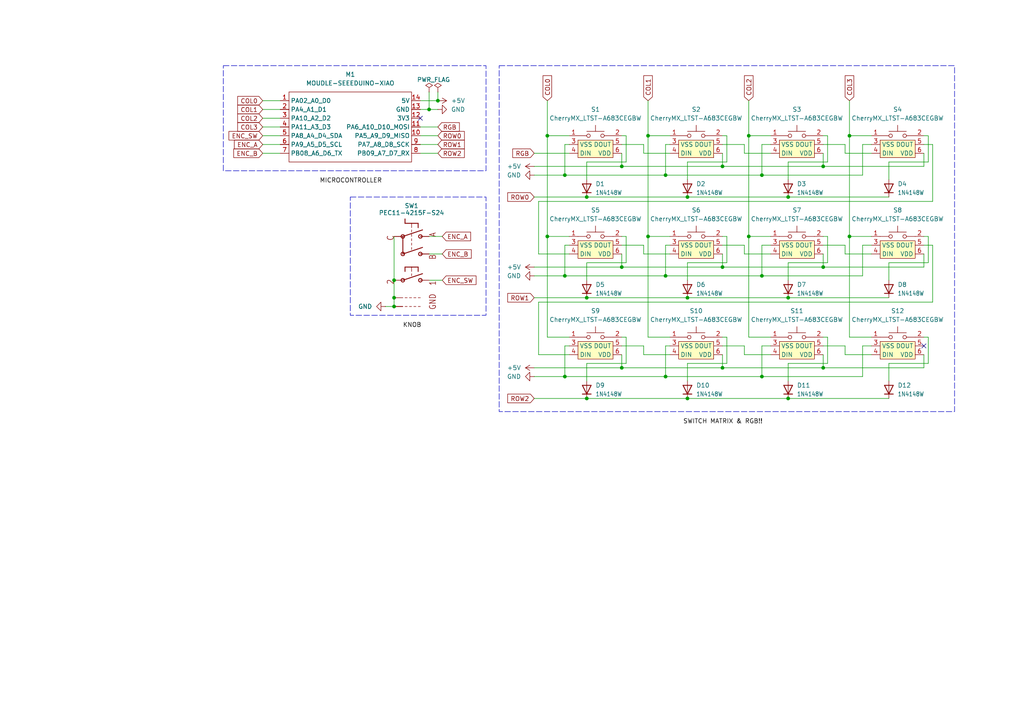
<source format=kicad_sch>
(kicad_sch (version 20231120) (generator "eeschema") (generator_version "8.0")
  (paper "A4")
  (lib_symbols
    (symbol "CherryMX:CherryMX_LTST-A683CEGBW"
      (property "Reference" "U" (at 4.445 5.08 0))
      (property "Value" "CherryMX_LTST-A683CEGBW" (at 0 -5.08 0))
      (symbol "CherryMX_LTST-A683CEGBW_1_1"
        (pin passive line (at -7.62 2.54 0) (length 2.54) (name "~") (number "1"))
        (pin passive line (at 7.62 2.54 180) (length 2.54) (name "~") (number "2"))
        (pin power_in line (at -7.62 0 0) (length 2.54) (name "VSS") (number "3"))
        (pin input line (at -7.62 -2.54 0) (length 2.54) (name "DIN") (number "4"))
        (pin output line (at 7.62 0 180) (length 2.54) (name "DOUT") (number "5"))
        (pin power_in line (at 7.62 -2.54 180) (length 2.54) (name "VDD") (number "6"))
      )
    )
    (symbol "JayPad:ADAFRUIT_ELECTROMECH_ENCODER_PLUS_SWITCH_PEC11"
      (property "Reference" "SW" (at -1.905 13.97 0))
      (symbol "ADAFRUIT_ELECTROMECH_ENCODER_PLUS_SWITCH_PEC11_1_0"
        (text "1" (at 5.08 -7.62 900) (effects (font (size 1.778 1.5113)) (justify right top)))
        (text "2" (at -5.08 -8.89 900) (effects (font (size 1.778 1.5113)) (justify left bottom)))
        (text "A" (at 5.08 6.35 900) (effects (font (size 1.778 1.5113)) (justify right top)))
        (text "B" (at 5.08 0 900) (effects (font (size 1.778 1.5113)) (justify right top)))
        (text "C" (at -5.08 3.81 900) (effects (font (size 1.778 1.5113)) (justify left bottom)))
        (text "GND" (at 5.08 -11.43 900) (effects (font (size 1.778 1.5113)) (justify right top)))
        (pin passive line (at 5.08 -7.62 180) (length 2.54) (name "P$1") (number "P$1"))
        (pin passive line (at -5.08 -7.62 0) (length 2.54) (name "P$2") (number "P$2"))
        (pin passive line (at 5.08 5.08 180) (length 2.54) (name "P$A") (number "P$A"))
        (pin passive line (at 5.08 0 180) (length 2.54) (name "P$B") (number "P$B"))
        (pin passive line (at -5.08 5.08 0) (length 2.54) (name "P$C") (number "P$C"))
        (pin passive line (at -5.08 -12.7 0) (length 2.54) (name "P$GND1") (number "P$GND1"))
        (pin passive line (at -5.08 -15.24 0) (length 2.54) (name "P$GND2") (number "P$GND2"))
      )
    )
    (symbol "JayPad:MICROBUILDER_DIODESOD-123"
      (property "Reference" "D" (at 0 2.54 0))
      (symbol "MICROBUILDER_DIODESOD-123_1_0"
        (pin passive line (at -2.54 0 0) (length 2.54) (name "A") (number "A"))
        (pin passive line (at 2.54 0 180) (length 2.54) (name "C") (number "C"))
      )
    )
    (symbol "MOUDLE-SEEEDUINO-XIAO:MOUDLE-SEEEDUINO-XIAO"
      (property "Reference" "U" (at -16.51 11.43 0))
      (property "Value" "MOUDLE-SEEEDUINO-XIAO" (at -3.81 -11.43 0))
      (symbol "MOUDLE-SEEEDUINO-XIAO_1_1"
        (pin passive line (at -19.05 7.62 0) (length 2.54) (name "PA02_A0_D0") (number "1"))
        (pin passive line (at 21.59 -2.54 180) (length 2.54) (name "PA5_A9_D9_MISO") (number "10"))
        (pin passive line (at 21.59 0 180) (length 2.54) (name "PA6_A10_D10_MOSI") (number "11"))
        (pin passive line (at 21.59 2.54 180) (length 2.54) (name "3V3") (number "12"))
        (pin passive line (at 21.59 5.08 180) (length 2.54) (name "GND") (number "13"))
        (pin passive line (at 21.59 7.62 180) (length 2.54) (name "5V") (number "14"))
        (pin passive line (at -19.05 5.08 0) (length 2.54) (name "PA4_A1_D1") (number "2"))
        (pin passive line (at -19.05 2.54 0) (length 2.54) (name "PA10_A2_D2") (number "3"))
        (pin passive line (at -19.05 0 0) (length 2.54) (name "PA11_A3_D3") (number "4"))
        (pin passive line (at -19.05 -2.54 0) (length 2.54) (name "PA8_A4_D4_SDA") (number "5"))
        (pin passive line (at -19.05 -5.08 0) (length 2.54) (name "PA9_A5_D5_SCL") (number "6"))
        (pin passive line (at -19.05 -7.62 0) (length 2.54) (name "PB08_A6_D6_TX") (number "7"))
        (pin passive line (at 21.59 -7.62 180) (length 2.54) (name "PB09_A7_D7_RX") (number "8"))
        (pin passive line (at 21.59 -5.08 180) (length 2.54) (name "PA7_A8_D8_SCK") (number "9"))
      )
    )
    (symbol "power:+5V" (power) (pin_numbers hide) (pin_names (offset 0) hide)
      (property "Value" "+5V" (at 0 3.556 0))
      (symbol "+5V_1_1"
        (pin power_in line (at 0 0 90) (length 0) (name "~") (number "1"))
      )
    )
    (symbol "power:GND" (power) (pin_numbers hide) (pin_names (offset 0) hide)
      (property "Value" "GND" (at 0 -3.81 0))
      (symbol "GND_1_1"
        (pin power_in line (at 0 0 270) (length 0) (name "~") (number "1"))
      )
    )
    (symbol "power:PWR_FLAG" (power) (pin_numbers hide) (pin_names (offset 0) hide)
      (property "Value" "PWR_FLAG" (at 0 3.81 0))
      (symbol "PWR_FLAG_0_0"
        (pin power_out line (at 0 0 90) (length 0) (name "~") (number "1"))
      )
    )
  )
  (junction (at 158.75 68.58))
  (junction (at 238.76 77.47))
  (junction (at 193.04 50.8))
  (junction (at 187.96 39.37))
  (junction (at 220.98 109.22))
  (junction (at 199.39 86.36))
  (junction (at 246.38 68.58))
  (junction (at 228.6 86.36))
  (junction (at 238.76 48.26))
  (junction (at 217.17 68.58))
  (junction (at 193.04 80.01))
  (junction (at 170.18 115.57))
  (junction (at 228.6 57.15))
  (junction (at 163.83 109.22))
  (junction (at 170.18 57.15))
  (junction (at 180.34 106.68))
  (junction (at 158.75 39.37))
  (junction (at 199.39 115.57))
  (junction (at 220.98 50.8))
  (junction (at 114.3 86.36))
  (junction (at 238.76 106.68))
  (junction (at 217.17 39.37))
  (junction (at 170.18 86.36))
  (junction (at 199.39 57.15))
  (junction (at 124.46 31.75))
  (junction (at 228.6 115.57))
  (junction (at 209.55 77.47))
  (junction (at 163.83 80.01))
  (junction (at 127 29.21))
  (junction (at 180.34 77.47))
  (junction (at 187.96 68.58))
  (junction (at 246.38 39.37))
  (junction (at 209.55 48.26))
  (junction (at 114.3 81.28))
  (junction (at 193.04 109.22))
  (junction (at 220.98 80.01))
  (junction (at 209.55 106.68))
  (junction (at 163.83 50.8))
  (junction (at 180.34 48.26))
  (junction (at 114.3 88.9))
  (no_connect (at 267.97 100.33))
  (no_connect (at 121.92 34.29))
  (wire (pts (xy 267.97 39.37) (xy 269.24 39.37)))
  (wire (pts (xy 187.96 39.37) (xy 194.31 39.37)))
  (wire (pts (xy 210.82 76.2) (xy 199.39 76.2)))
  (wire (pts (xy 163.83 50.8) (xy 193.04 50.8)))
  (wire (pts (xy 257.81 105.41) (xy 257.81 110.49)))
  (wire (pts (xy 245.11 71.12) (xy 245.11 73.66)))
  (wire (pts (xy 187.96 97.79) (xy 194.31 97.79)))
  (wire (pts (xy 187.96 29.21) (xy 187.96 39.37)))
  (wire (pts (xy 158.75 29.21) (xy 158.75 39.37)))
  (wire (pts (xy 267.97 71.12) (xy 270.51 71.12)))
  (wire (pts (xy 180.34 77.47) (xy 154.94 77.47)))
  (wire (pts (xy 217.17 39.37) (xy 223.52 39.37)))
  (wire (pts (xy 246.38 97.79) (xy 252.73 97.79)))
  (wire (pts (xy 252.73 100.33) (xy 250.19 100.33)))
  (wire (pts (xy 156.21 73.66) (xy 165.1 73.66)))
  (wire (pts (xy 246.38 39.37) (xy 252.73 39.37)))
  (wire (pts (xy 257.81 76.2) (xy 257.81 81.28)))
  (wire (pts (xy 170.18 105.41) (xy 170.18 110.49)))
  (wire (pts (xy 158.75 97.79) (xy 165.1 97.79)))
  (wire (pts (xy 210.82 46.99) (xy 199.39 46.99)))
  (wire (pts (xy 180.34 71.12) (xy 186.69 71.12)))
  (wire (pts (xy 250.19 100.33) (xy 250.19 109.22)))
  (wire (pts (xy 240.03 46.99) (xy 228.6 46.99)))
  (wire (pts (xy 267.97 73.66) (xy 267.97 77.47)))
  (wire (pts (xy 245.11 73.66) (xy 252.73 73.66)))
  (wire (pts (xy 163.83 71.12) (xy 163.83 80.01)))
  (wire (pts (xy 223.52 71.12) (xy 220.98 71.12)))
  (wire (pts (xy 114.3 81.28) (xy 114.3 86.36)))
  (wire (pts (xy 223.52 100.33) (xy 220.98 100.33)))
  (wire (pts (xy 209.55 100.33) (xy 215.9 100.33)))
  (wire (pts (xy 181.61 46.99) (xy 170.18 46.99)))
  (wire (pts (xy 163.83 41.91) (xy 163.83 50.8)))
  (wire (pts (xy 210.82 39.37) (xy 210.82 46.99)))
  (wire (pts (xy 158.75 68.58) (xy 165.1 68.58)))
  (wire (pts (xy 215.9 73.66) (xy 223.52 73.66)))
  (wire (pts (xy 245.11 41.91) (xy 245.11 44.45)))
  (wire (pts (xy 238.76 77.47) (xy 209.55 77.47)))
  (wire (pts (xy 228.6 57.15) (xy 257.81 57.15)))
  (wire (pts (xy 163.83 80.01) (xy 193.04 80.01)))
  (wire (pts (xy 156.21 58.42) (xy 270.51 58.42)))
  (wire (pts (xy 154.94 80.01) (xy 163.83 80.01)))
  (wire (pts (xy 170.18 86.36) (xy 199.39 86.36)))
  (wire (pts (xy 228.6 105.41) (xy 228.6 110.49)))
  (wire (pts (xy 170.18 76.2) (xy 170.18 81.28)))
  (wire (pts (xy 220.98 100.33) (xy 220.98 109.22)))
  (wire (pts (xy 228.6 46.99) (xy 228.6 52.07)))
  (wire (pts (xy 193.04 109.22) (xy 220.98 109.22)))
  (wire (pts (xy 193.04 80.01) (xy 220.98 80.01)))
  (wire (pts (xy 252.73 41.91) (xy 250.19 41.91)))
  (wire (pts (xy 186.69 71.12) (xy 186.69 73.66)))
  (wire (pts (xy 111.76 88.9) (xy 114.3 88.9)))
  (wire (pts (xy 163.83 71.12) (xy 165.1 71.12)))
  (wire (pts (xy 238.76 102.87) (xy 238.76 106.68)))
  (wire (pts (xy 257.81 46.99) (xy 257.81 52.07)))
  (wire (pts (xy 181.61 97.79) (xy 181.61 105.41)))
  (wire (pts (xy 240.03 68.58) (xy 240.03 76.2)))
  (wire (pts (xy 186.69 73.66) (xy 194.31 73.66)))
  (wire (pts (xy 220.98 80.01) (xy 250.19 80.01)))
  (wire (pts (xy 220.98 50.8) (xy 250.19 50.8)))
  (wire (pts (xy 193.04 41.91) (xy 193.04 50.8)))
  (wire (pts (xy 154.94 50.8) (xy 163.83 50.8)))
  (wire (pts (xy 217.17 68.58) (xy 223.52 68.58)))
  (wire (pts (xy 199.39 76.2) (xy 199.39 81.28)))
  (wire (pts (xy 209.55 102.87) (xy 209.55 106.68)))
  (wire (pts (xy 156.21 87.63) (xy 156.21 102.87)))
  (wire (pts (xy 267.97 44.45) (xy 267.97 48.26)))
  (wire (pts (xy 199.39 46.99) (xy 199.39 52.07)))
  (wire (pts (xy 156.21 102.87) (xy 165.1 102.87)))
  (wire (pts (xy 238.76 77.47) (xy 267.97 77.47)))
  (wire (pts (xy 270.51 71.12) (xy 270.51 87.63)))
  (wire (pts (xy 267.97 41.91) (xy 270.51 41.91)))
  (wire (pts (xy 215.9 44.45) (xy 223.52 44.45)))
  (wire (pts (xy 267.97 97.79) (xy 269.24 97.79)))
  (wire (pts (xy 210.82 97.79) (xy 210.82 105.41)))
  (wire (pts (xy 121.92 36.83) (xy 127 36.83)))
  (wire (pts (xy 127 26.67) (xy 127 29.21)))
  (wire (pts (xy 187.96 68.58) (xy 194.31 68.58)))
  (wire (pts (xy 240.03 76.2) (xy 228.6 76.2)))
  (wire (pts (xy 180.34 68.58) (xy 181.61 68.58)))
  (wire (pts (xy 209.55 44.45) (xy 209.55 48.26)))
  (wire (pts (xy 267.97 102.87) (xy 267.97 106.68)))
  (wire (pts (xy 209.55 106.68) (xy 180.34 106.68)))
  (wire (pts (xy 193.04 71.12) (xy 194.31 71.12)))
  (wire (pts (xy 238.76 100.33) (xy 245.11 100.33)))
  (wire (pts (xy 217.17 68.58) (xy 217.17 97.79)))
  (wire (pts (xy 240.03 105.41) (xy 228.6 105.41)))
  (wire (pts (xy 240.03 39.37) (xy 240.03 46.99)))
  (wire (pts (xy 154.94 86.36) (xy 170.18 86.36)))
  (wire (pts (xy 215.9 71.12) (xy 215.9 73.66)))
  (wire (pts (xy 76.2 44.45) (xy 81.28 44.45)))
  (wire (pts (xy 245.11 44.45) (xy 252.73 44.45)))
  (wire (pts (xy 238.76 44.45) (xy 238.76 48.26)))
  (wire (pts (xy 238.76 48.26) (xy 209.55 48.26)))
  (wire (pts (xy 180.34 73.66) (xy 180.34 77.47)))
  (wire (pts (xy 269.24 76.2) (xy 257.81 76.2)))
  (wire (pts (xy 269.24 46.99) (xy 257.81 46.99)))
  (wire (pts (xy 170.18 115.57) (xy 199.39 115.57)))
  (wire (pts (xy 180.34 100.33) (xy 186.69 100.33)))
  (wire (pts (xy 154.94 115.57) (xy 170.18 115.57)))
  (wire (pts (xy 215.9 100.33) (xy 215.9 102.87)))
  (wire (pts (xy 228.6 115.57) (xy 257.81 115.57)))
  (wire (pts (xy 215.9 41.91) (xy 215.9 44.45)))
  (wire (pts (xy 217.17 39.37) (xy 217.17 68.58)))
  (wire (pts (xy 124.46 73.66) (xy 128.27 73.66)))
  (wire (pts (xy 199.39 86.36) (xy 228.6 86.36)))
  (wire (pts (xy 215.9 102.87) (xy 223.52 102.87)))
  (wire (pts (xy 76.2 31.75) (xy 81.28 31.75)))
  (wire (pts (xy 121.92 31.75) (xy 124.46 31.75)))
  (wire (pts (xy 220.98 109.22) (xy 250.19 109.22)))
  (wire (pts (xy 209.55 77.47) (xy 180.34 77.47)))
  (wire (pts (xy 193.04 50.8) (xy 220.98 50.8)))
  (wire (pts (xy 238.76 41.91) (xy 245.11 41.91)))
  (wire (pts (xy 209.55 48.26) (xy 180.34 48.26)))
  (wire (pts (xy 156.21 87.63) (xy 270.51 87.63)))
  (wire (pts (xy 199.39 57.15) (xy 228.6 57.15)))
  (wire (pts (xy 170.18 57.15) (xy 199.39 57.15)))
  (wire (pts (xy 238.76 106.68) (xy 267.97 106.68)))
  (wire (pts (xy 238.76 39.37) (xy 240.03 39.37)))
  (wire (pts (xy 180.34 48.26) (xy 154.94 48.26)))
  (wire (pts (xy 252.73 71.12) (xy 250.19 71.12)))
  (wire (pts (xy 124.46 31.75) (xy 127 31.75)))
  (wire (pts (xy 165.1 41.91) (xy 163.83 41.91)))
  (wire (pts (xy 76.2 41.91) (xy 81.28 41.91)))
  (wire (pts (xy 154.94 57.15) (xy 170.18 57.15)))
  (wire (pts (xy 220.98 71.12) (xy 220.98 80.01)))
  (wire (pts (xy 114.3 68.58) (xy 114.3 81.28)))
  (wire (pts (xy 193.04 71.12) (xy 193.04 80.01)))
  (wire (pts (xy 124.46 26.67) (xy 124.46 31.75)))
  (wire (pts (xy 154.94 109.22) (xy 163.83 109.22)))
  (wire (pts (xy 245.11 102.87) (xy 252.73 102.87)))
  (wire (pts (xy 250.19 41.91) (xy 250.19 50.8)))
  (wire (pts (xy 209.55 73.66) (xy 209.55 77.47)))
  (wire (pts (xy 180.34 41.91) (xy 186.69 41.91)))
  (wire (pts (xy 238.76 48.26) (xy 267.97 48.26)))
  (wire (pts (xy 76.2 34.29) (xy 81.28 34.29)))
  (wire (pts (xy 181.61 39.37) (xy 181.61 46.99)))
  (wire (pts (xy 246.38 68.58) (xy 252.73 68.58)))
  (wire (pts (xy 245.11 100.33) (xy 245.11 102.87)))
  (wire (pts (xy 223.52 41.91) (xy 220.98 41.91)))
  (wire (pts (xy 210.82 105.41) (xy 199.39 105.41)))
  (wire (pts (xy 121.92 29.21) (xy 127 29.21)))
  (wire (pts (xy 194.31 41.91) (xy 193.04 41.91)))
  (wire (pts (xy 180.34 106.68) (xy 154.94 106.68)))
  (wire (pts (xy 163.83 109.22) (xy 193.04 109.22)))
  (wire (pts (xy 186.69 44.45) (xy 194.31 44.45)))
  (wire (pts (xy 181.61 76.2) (xy 170.18 76.2)))
  (wire (pts (xy 180.34 44.45) (xy 180.34 48.26)))
  (wire (pts (xy 269.24 105.41) (xy 257.81 105.41)))
  (wire (pts (xy 186.69 102.87) (xy 194.31 102.87)))
  (wire (pts (xy 209.55 41.91) (xy 215.9 41.91)))
  (wire (pts (xy 186.69 41.91) (xy 186.69 44.45)))
  (wire (pts (xy 246.38 39.37) (xy 246.38 68.58)))
  (wire (pts (xy 238.76 71.12) (xy 245.11 71.12)))
  (wire (pts (xy 250.19 71.12) (xy 250.19 80.01)))
  (wire (pts (xy 124.46 68.58) (xy 128.27 68.58)))
  (wire (pts (xy 170.18 46.99) (xy 170.18 52.07)))
  (wire (pts (xy 217.17 29.21) (xy 217.17 39.37)))
  (wire (pts (xy 199.39 105.41) (xy 199.39 110.49)))
  (wire (pts (xy 240.03 97.79) (xy 240.03 105.41)))
  (wire (pts (xy 209.55 97.79) (xy 210.82 97.79)))
  (wire (pts (xy 246.38 68.58) (xy 246.38 97.79)))
  (wire (pts (xy 158.75 68.58) (xy 158.75 97.79)))
  (wire (pts (xy 238.76 106.68) (xy 209.55 106.68)))
  (wire (pts (xy 269.24 97.79) (xy 269.24 105.41)))
  (wire (pts (xy 238.76 73.66) (xy 238.76 77.47)))
  (wire (pts (xy 76.2 39.37) (xy 81.28 39.37)))
  (wire (pts (xy 246.38 29.21) (xy 246.38 39.37)))
  (wire (pts (xy 193.04 100.33) (xy 194.31 100.33)))
  (wire (pts (xy 238.76 97.79) (xy 240.03 97.79)))
  (wire (pts (xy 210.82 68.58) (xy 210.82 76.2)))
  (wire (pts (xy 163.83 100.33) (xy 165.1 100.33)))
  (wire (pts (xy 121.92 44.45) (xy 127 44.45)))
  (wire (pts (xy 269.24 39.37) (xy 269.24 46.99)))
  (wire (pts (xy 121.92 41.91) (xy 127 41.91)))
  (wire (pts (xy 228.6 86.36) (xy 257.81 86.36)))
  (wire (pts (xy 186.69 100.33) (xy 186.69 102.87)))
  (wire (pts (xy 76.2 36.83) (xy 81.28 36.83)))
  (wire (pts (xy 181.61 105.41) (xy 170.18 105.41)))
  (wire (pts (xy 181.61 68.58) (xy 181.61 76.2)))
  (wire (pts (xy 163.83 100.33) (xy 163.83 109.22)))
  (wire (pts (xy 158.75 39.37) (xy 158.75 68.58)))
  (wire (pts (xy 267.97 68.58) (xy 269.24 68.58)))
  (wire (pts (xy 238.76 68.58) (xy 240.03 68.58)))
  (wire (pts (xy 156.21 58.42) (xy 156.21 73.66)))
  (wire (pts (xy 180.34 97.79) (xy 181.61 97.79)))
  (wire (pts (xy 187.96 68.58) (xy 187.96 97.79)))
  (wire (pts (xy 180.34 39.37) (xy 181.61 39.37)))
  (wire (pts (xy 270.51 41.91) (xy 270.51 58.42)))
  (wire (pts (xy 121.92 39.37) (xy 127 39.37)))
  (wire (pts (xy 114.3 86.36) (xy 114.3 88.9)))
  (wire (pts (xy 228.6 76.2) (xy 228.6 81.28)))
  (wire (pts (xy 154.94 44.45) (xy 165.1 44.45)))
  (wire (pts (xy 124.46 81.28) (xy 128.27 81.28)))
  (wire (pts (xy 209.55 68.58) (xy 210.82 68.58)))
  (wire (pts (xy 209.55 71.12) (xy 215.9 71.12)))
  (wire (pts (xy 180.34 102.87) (xy 180.34 106.68)))
  (wire (pts (xy 158.75 39.37) (xy 165.1 39.37)))
  (wire (pts (xy 220.98 41.91) (xy 220.98 50.8)))
  (wire (pts (xy 76.2 29.21) (xy 81.28 29.21)))
  (wire (pts (xy 269.24 68.58) (xy 269.24 76.2)))
  (wire (pts (xy 193.04 100.33) (xy 193.04 109.22)))
  (wire (pts (xy 217.17 97.79) (xy 223.52 97.79)))
  (wire (pts (xy 209.55 39.37) (xy 210.82 39.37)))
  (wire (pts (xy 199.39 115.57) (xy 228.6 115.57)))
  (wire (pts (xy 187.96 39.37) (xy 187.96 68.58)))
  (rectangle (start 144.78 19.05) (end 276.86 119.38) (stroke (width 0) (type dash)))
  (rectangle (start 64.77 19.05) (end 140.97 49.53) (stroke (width 0) (type dash)))
  (rectangle (start 101.6 57.15) (end 140.97 91.44) (stroke (width 0) (type dash)))
  (label "MICROCONTROLLER" (at 92.71 53.34 0))
  (label "KNOB" (at 116.84 95.25 0))
  (label "SWITCH MATRIX & RGB!!" (at 198.12 123.19 0))
  (global_label "RGB" (shape input) (at 127 36.83 0) (property "Intersheetrefs" "${INTERSHEET_REFS}" (effects (hide yes))))
  (global_label "COL2" (shape input) (at 76.2 34.29 180) (property "Intersheetrefs" "${INTERSHEET_REFS}" (effects (hide yes))))
  (global_label "ROW2" (shape input) (at 127 44.45 0) (property "Intersheetrefs" "${INTERSHEET_REFS}" (effects (hide yes))))
  (global_label "ENC_B" (shape input) (at 128.27 73.66 0) (property "Intersheetrefs" "${INTERSHEET_REFS}" (effects (hide yes))))
  (global_label "ENC_SW" (shape input) (at 128.27 81.28 0) (property "Intersheetrefs" "${INTERSHEET_REFS}" (effects (hide yes))))
  (global_label "COL0" (shape input) (at 76.2 29.21 180) (property "Intersheetrefs" "${INTERSHEET_REFS}" (effects (hide yes))))
  (global_label "ROW1" (shape input) (at 127 41.91 0) (property "Intersheetrefs" "${INTERSHEET_REFS}" (effects (hide yes))))
  (global_label "ENC_A" (shape input) (at 128.27 68.58 0) (property "Intersheetrefs" "${INTERSHEET_REFS}" (effects (hide yes))))
  (global_label "COL0" (shape input) (at 158.75 29.21 90) (property "Intersheetrefs" "${INTERSHEET_REFS}" (effects (hide yes))))
  (global_label "COL3" (shape input) (at 246.38 29.21 90) (property "Intersheetrefs" "${INTERSHEET_REFS}" (effects (hide yes))))
  (global_label "ENC_B" (shape input) (at 76.2 44.45 180) (property "Intersheetrefs" "${INTERSHEET_REFS}" (effects (hide yes))))
  (global_label "ROW1" (shape input) (at 154.94 86.36 180) (property "Intersheetrefs" "${INTERSHEET_REFS}" (effects (hide yes))))
  (global_label "COL2" (shape input) (at 217.17 29.21 90) (property "Intersheetrefs" "${INTERSHEET_REFS}" (effects (hide yes))))
  (global_label "ROW2" (shape input) (at 154.94 115.57 180) (property "Intersheetrefs" "${INTERSHEET_REFS}" (effects (hide yes))))
  (global_label "ROW0" (shape input) (at 127 39.37 0) (property "Intersheetrefs" "${INTERSHEET_REFS}" (effects (hide yes))))
  (global_label "ROW0" (shape input) (at 154.94 57.15 180) (property "Intersheetrefs" "${INTERSHEET_REFS}" (effects (hide yes))))
  (global_label "COL1" (shape input) (at 76.2 31.75 180) (property "Intersheetrefs" "${INTERSHEET_REFS}" (effects (hide yes))))
  (global_label "ENC_A" (shape input) (at 76.2 41.91 180) (property "Intersheetrefs" "${INTERSHEET_REFS}" (effects (hide yes))))
  (global_label "ENC_SW" (shape input) (at 76.2 39.37 180) (property "Intersheetrefs" "${INTERSHEET_REFS}" (effects (hide yes))))
  (global_label "COL3" (shape input) (at 76.2 36.83 180) (property "Intersheetrefs" "${INTERSHEET_REFS}" (effects (hide yes))))
  (global_label "RGB" (shape input) (at 154.94 44.45 180) (property "Intersheetrefs" "${INTERSHEET_REFS}" (effects (hide yes))))
  (global_label "COL1" (shape input) (at 187.96 29.21 90) (property "Intersheetrefs" "${INTERSHEET_REFS}" (effects (hide yes))))
  (symbol (lib_id "CherryMX:CherryMX_LTST-A683CEGBW") (at 201.93 71.12 0) (unit 1)
    (property "Reference" "S6" (at 201.93 60.96 0))
    (property "Value" "CherryMX_LTST-A683CEGBW" (at 201.93 63.5 0))
    (property "Footprint" "JayPad:CherryMX_1.00u_KailhSocket_LTST-A683CEGBW-HS" (effects (hide yes)))
  )
  (symbol (lib_id "power:+5V") (at 154.94 106.68 90) (unit 1)
    (property "Reference" "#PWR012" (effects (hide yes)))
    (property "Value" "+5V" (at 151.13 106.6799 90) (effects (justify left)))
    (property "Description" "Power symbol creates a global label with name \"+5V\"" (effects (hide yes)))
  )
  (symbol (lib_id "power:GND") (at 154.94 109.22 270) (unit 1)
    (property "Reference" "#PWR015" (effects (hide yes)))
    (property "Value" "GND" (at 151.13 109.2199 90) (effects (justify right)))
    (property "Description" "Power symbol creates a global label with name \"GND\" , ground" (effects (hide yes)))
  )
  (symbol (lib_id "power:PWR_FLAG") (at 124.46 26.67 0) (unit 1)
    (property "Reference" "#FLG03" (effects (hide yes)))
    (property "Value" "PWR_FLAG" (at 125.73 23.114 0))
    (property "Description" "Special symbol for telling ERC where power comes from" (effects (hide yes)))
  )
  (symbol (lib_id "CherryMX:CherryMX_LTST-A683CEGBW") (at 201.93 100.33 0) (unit 1)
    (property "Reference" "S10" (at 201.93 90.17 0))
    (property "Value" "CherryMX_LTST-A683CEGBW" (at 201.93 92.71 0))
    (property "Footprint" "JayPad:CherryMX_1.00u_KailhSocket_LTST-A683CEGBW-HS" (effects (hide yes)))
  )
  (symbol (lib_id "CherryMX:CherryMX_LTST-A683CEGBW") (at 260.35 41.91 0) (unit 1)
    (property "Reference" "S4" (at 260.35 31.75 0))
    (property "Value" "CherryMX_LTST-A683CEGBW" (at 260.35 34.29 0))
    (property "Footprint" "JayPad:CherryMX_1.00u_KailhSocket_LTST-A683CEGBW-HS" (effects (hide yes)))
  )
  (symbol (lib_id "JayPad:MICROBUILDER_DIODESOD-123") (at 228.6 113.03 270) (unit 1)
    (property "Reference" "D11" (at 231.14 111.7599 90) (effects (justify left)))
    (property "Value" "1N4148W" (at 231.14 114.2999 90) (effects (font (size 1.27 1.0795)) (justify left)))
    (property "Footprint" "JayPad:MICROBUILDER_SOD-123" (effects (hide yes)))
    (property "Datasheet" "https://www.vishay.com/docs/85748/1n4148w.pdf" (effects (hide yes)))
    (property "Description" "Diode\n\nSMA     Model   Volts   Amps   Type   Vf   Ir   Digikey #   Notes     SSA34-E3   40V   3A   Schottky   480mV @ 3A   200uA @ 40V   SSA34-E3/61TGITR-ND        CDBA120-G   20V   1A   Schottky   500mV @ 1A   500uA @ 20V   641-1014-6-ND   REEL     MBRA210   10V   2A   Schottky   350mV @ 2A   700uA @ 10V   MBRA210LT3      SOD-123     Model   Volts   Amps   Type   Vf   Ir   Order #   Notes     BAT54T1G   30V   200mA   Schottky   800mV @ 200mA   2uA @ 25V   BAT54T1GOSTR-ND        B0530W   30V   500mA   Schottky   430mV @ 500mA   130uA @ 30V   B0530W-FDICT-ND   REEL     MBR120   20V   1A   Schottky   340mV @ 1A      MBR120VLSFT1GOSCT-ND      SOD-323     Model   Volts   Amps   Type   Vf   Ir   Order #   Notes     PMEG2005EJ   20V   500mA   Schottky   355mV @ 500mA      568-4110-1-ND        ZLLS410   10V   570mA   Schottky   380mV @ 570mA      ZLLS410CT-ND        1N4148WS   75V   150mA   Silicon/Simple   1V      1N4148WSFSCT-ND   REEL   SOD-523     Model   Volts   Amps   Type   Vf   Ir   Order #   Notes     BAT54XV2   30V   200mA   Schottky   0.8V @ 100mA      BAT54XV2CT-ND        TB751S   30V   30mA   Schottky         RB751S-40TE61CT-ND      SOT23-R/W(R = Solder Paste/Reflow Ovens, W = Hand-Soldering)      Model   Volts   Amps   Type   Vf   Ir   Order #   Notes     BAT54FILM   40V   300mA   Schottky         497-7162-1-ND       POWERDI-5      Model   Volts   Amps   Type   Vf   Ir   Order #   Notes     PDS560   60V   5A   Schottky   670mV @ 5A   150uA @ 60V   PDS560DICT-ND" (effects (hide yes)))
    (property "Sim.Device" "D" (effects (hide yes)))
    (property "Sim.Pins" "1=K 2=A" (effects (hide yes)))
  )
  (symbol (lib_id "JayPad:MICROBUILDER_DIODESOD-123") (at 199.39 83.82 270) (unit 1)
    (property "Reference" "D6" (at 201.93 82.5499 90) (effects (justify left)))
    (property "Value" "1N4148W" (at 201.93 85.0899 90) (effects (font (size 1.27 1.0795)) (justify left)))
    (property "Footprint" "JayPad:MICROBUILDER_SOD-123" (effects (hide yes)))
    (property "Datasheet" "https://www.vishay.com/docs/85748/1n4148w.pdf" (effects (hide yes)))
    (property "Description" "Diode\n\nSMA     Model   Volts   Amps   Type   Vf   Ir   Digikey #   Notes     SSA34-E3   40V   3A   Schottky   480mV @ 3A   200uA @ 40V   SSA34-E3/61TGITR-ND        CDBA120-G   20V   1A   Schottky   500mV @ 1A   500uA @ 20V   641-1014-6-ND   REEL     MBRA210   10V   2A   Schottky   350mV @ 2A   700uA @ 10V   MBRA210LT3      SOD-123     Model   Volts   Amps   Type   Vf   Ir   Order #   Notes     BAT54T1G   30V   200mA   Schottky   800mV @ 200mA   2uA @ 25V   BAT54T1GOSTR-ND        B0530W   30V   500mA   Schottky   430mV @ 500mA   130uA @ 30V   B0530W-FDICT-ND   REEL     MBR120   20V   1A   Schottky   340mV @ 1A      MBR120VLSFT1GOSCT-ND      SOD-323     Model   Volts   Amps   Type   Vf   Ir   Order #   Notes     PMEG2005EJ   20V   500mA   Schottky   355mV @ 500mA      568-4110-1-ND        ZLLS410   10V   570mA   Schottky   380mV @ 570mA      ZLLS410CT-ND        1N4148WS   75V   150mA   Silicon/Simple   1V      1N4148WSFSCT-ND   REEL   SOD-523     Model   Volts   Amps   Type   Vf   Ir   Order #   Notes     BAT54XV2   30V   200mA   Schottky   0.8V @ 100mA      BAT54XV2CT-ND        TB751S   30V   30mA   Schottky         RB751S-40TE61CT-ND      SOT23-R/W(R = Solder Paste/Reflow Ovens, W = Hand-Soldering)      Model   Volts   Amps   Type   Vf   Ir   Order #   Notes     BAT54FILM   40V   300mA   Schottky         497-7162-1-ND       POWERDI-5      Model   Volts   Amps   Type   Vf   Ir   Order #   Notes     PDS560   60V   5A   Schottky   670mV @ 5A   150uA @ 60V   PDS560DICT-ND" (effects (hide yes)))
    (property "Sim.Device" "D" (effects (hide yes)))
    (property "Sim.Pins" "1=K 2=A" (effects (hide yes)))
  )
  (symbol (lib_id "power:GND") (at 154.94 50.8 270) (unit 1)
    (property "Reference" "#PWR013" (effects (hide yes)))
    (property "Value" "GND" (at 151.13 50.7999 90) (effects (justify right)))
    (property "Description" "Power symbol creates a global label with name \"GND\" , ground" (effects (hide yes)))
  )
  (symbol (lib_id "power:+5V") (at 154.94 77.47 90) (unit 1)
    (property "Reference" "#PWR011" (effects (hide yes)))
    (property "Value" "+5V" (at 151.13 77.4699 90) (effects (justify left)))
    (property "Description" "Power symbol creates a global label with name \"+5V\"" (effects (hide yes)))
  )
  (symbol (lib_id "JayPad:MICROBUILDER_DIODESOD-123") (at 170.18 54.61 270) (unit 1)
    (property "Reference" "D1" (at 172.72 53.3399 90) (effects (justify left)))
    (property "Value" "1N4148W" (at 172.72 55.88 90) (effects (font (size 1.27 1.0795)) (justify left)))
    (property "Footprint" "JayPad:MICROBUILDER_SOD-123" (effects (hide yes)))
    (property "Datasheet" "https://www.vishay.com/docs/85748/1n4148w.pdf" (effects (hide yes)))
    (property "Description" "Diode\n\nSMA     Model   Volts   Amps   Type   Vf   Ir   Digikey #   Notes     SSA34-E3   40V   3A   Schottky   480mV @ 3A   200uA @ 40V   SSA34-E3/61TGITR-ND        CDBA120-G   20V   1A   Schottky   500mV @ 1A   500uA @ 20V   641-1014-6-ND   REEL     MBRA210   10V   2A   Schottky   350mV @ 2A   700uA @ 10V   MBRA210LT3      SOD-123     Model   Volts   Amps   Type   Vf   Ir   Order #   Notes     BAT54T1G   30V   200mA   Schottky   800mV @ 200mA   2uA @ 25V   BAT54T1GOSTR-ND        B0530W   30V   500mA   Schottky   430mV @ 500mA   130uA @ 30V   B0530W-FDICT-ND   REEL     MBR120   20V   1A   Schottky   340mV @ 1A      MBR120VLSFT1GOSCT-ND      SOD-323     Model   Volts   Amps   Type   Vf   Ir   Order #   Notes     PMEG2005EJ   20V   500mA   Schottky   355mV @ 500mA      568-4110-1-ND        ZLLS410   10V   570mA   Schottky   380mV @ 570mA      ZLLS410CT-ND        1N4148WS   75V   150mA   Silicon/Simple   1V      1N4148WSFSCT-ND   REEL   SOD-523     Model   Volts   Amps   Type   Vf   Ir   Order #   Notes     BAT54XV2   30V   200mA   Schottky   0.8V @ 100mA      BAT54XV2CT-ND        TB751S   30V   30mA   Schottky         RB751S-40TE61CT-ND      SOT23-R/W(R = Solder Paste/Reflow Ovens, W = Hand-Soldering)      Model   Volts   Amps   Type   Vf   Ir   Order #   Notes     BAT54FILM   40V   300mA   Schottky         497-7162-1-ND       POWERDI-5      Model   Volts   Amps   Type   Vf   Ir   Order #   Notes     PDS560   60V   5A   Schottky   670mV @ 5A   150uA @ 60V   PDS560DICT-ND" (effects (hide yes)))
    (property "Sim.Device" "D" (effects (hide yes)))
    (property "Sim.Pins" "1=K 2=A" (effects (hide yes)))
  )
  (symbol (lib_id "JayPad:MICROBUILDER_DIODESOD-123") (at 199.39 54.61 270) (unit 1)
    (property "Reference" "D2" (at 201.93 53.3399 90) (effects (justify left)))
    (property "Value" "1N4148W" (at 201.93 55.88 90) (effects (font (size 1.27 1.0795)) (justify left)))
    (property "Footprint" "JayPad:MICROBUILDER_SOD-123" (effects (hide yes)))
    (property "Datasheet" "https://www.vishay.com/docs/85748/1n4148w.pdf" (effects (hide yes)))
    (property "Description" "Diode\n\nSMA     Model   Volts   Amps   Type   Vf   Ir   Digikey #   Notes     SSA34-E3   40V   3A   Schottky   480mV @ 3A   200uA @ 40V   SSA34-E3/61TGITR-ND        CDBA120-G   20V   1A   Schottky   500mV @ 1A   500uA @ 20V   641-1014-6-ND   REEL     MBRA210   10V   2A   Schottky   350mV @ 2A   700uA @ 10V   MBRA210LT3      SOD-123     Model   Volts   Amps   Type   Vf   Ir   Order #   Notes     BAT54T1G   30V   200mA   Schottky   800mV @ 200mA   2uA @ 25V   BAT54T1GOSTR-ND        B0530W   30V   500mA   Schottky   430mV @ 500mA   130uA @ 30V   B0530W-FDICT-ND   REEL     MBR120   20V   1A   Schottky   340mV @ 1A      MBR120VLSFT1GOSCT-ND      SOD-323     Model   Volts   Amps   Type   Vf   Ir   Order #   Notes     PMEG2005EJ   20V   500mA   Schottky   355mV @ 500mA      568-4110-1-ND        ZLLS410   10V   570mA   Schottky   380mV @ 570mA      ZLLS410CT-ND        1N4148WS   75V   150mA   Silicon/Simple   1V      1N4148WSFSCT-ND   REEL   SOD-523     Model   Volts   Amps   Type   Vf   Ir   Order #   Notes     BAT54XV2   30V   200mA   Schottky   0.8V @ 100mA      BAT54XV2CT-ND        TB751S   30V   30mA   Schottky         RB751S-40TE61CT-ND      SOT23-R/W(R = Solder Paste/Reflow Ovens, W = Hand-Soldering)      Model   Volts   Amps   Type   Vf   Ir   Order #   Notes     BAT54FILM   40V   300mA   Schottky         497-7162-1-ND       POWERDI-5      Model   Volts   Amps   Type   Vf   Ir   Order #   Notes     PDS560   60V   5A   Schottky   670mV @ 5A   150uA @ 60V   PDS560DICT-ND" (effects (hide yes)))
    (property "Sim.Device" "D" (effects (hide yes)))
    (property "Sim.Pins" "1=K 2=A" (effects (hide yes)))
  )
  (symbol (lib_id "JayPad:MICROBUILDER_DIODESOD-123") (at 228.6 54.61 270) (unit 1)
    (property "Reference" "D3" (at 231.14 53.3399 90) (effects (justify left)))
    (property "Value" "1N4148W" (at 231.14 55.88 90) (effects (font (size 1.27 1.0795)) (justify left)))
    (property "Footprint" "JayPad:MICROBUILDER_SOD-123" (effects (hide yes)))
    (property "Datasheet" "https://www.vishay.com/docs/85748/1n4148w.pdf" (effects (hide yes)))
    (property "Description" "Diode\n\nSMA     Model   Volts   Amps   Type   Vf   Ir   Digikey #   Notes     SSA34-E3   40V   3A   Schottky   480mV @ 3A   200uA @ 40V   SSA34-E3/61TGITR-ND        CDBA120-G   20V   1A   Schottky   500mV @ 1A   500uA @ 20V   641-1014-6-ND   REEL     MBRA210   10V   2A   Schottky   350mV @ 2A   700uA @ 10V   MBRA210LT3      SOD-123     Model   Volts   Amps   Type   Vf   Ir   Order #   Notes     BAT54T1G   30V   200mA   Schottky   800mV @ 200mA   2uA @ 25V   BAT54T1GOSTR-ND        B0530W   30V   500mA   Schottky   430mV @ 500mA   130uA @ 30V   B0530W-FDICT-ND   REEL     MBR120   20V   1A   Schottky   340mV @ 1A      MBR120VLSFT1GOSCT-ND      SOD-323     Model   Volts   Amps   Type   Vf   Ir   Order #   Notes     PMEG2005EJ   20V   500mA   Schottky   355mV @ 500mA      568-4110-1-ND        ZLLS410   10V   570mA   Schottky   380mV @ 570mA      ZLLS410CT-ND        1N4148WS   75V   150mA   Silicon/Simple   1V      1N4148WSFSCT-ND   REEL   SOD-523     Model   Volts   Amps   Type   Vf   Ir   Order #   Notes     BAT54XV2   30V   200mA   Schottky   0.8V @ 100mA      BAT54XV2CT-ND        TB751S   30V   30mA   Schottky         RB751S-40TE61CT-ND      SOT23-R/W(R = Solder Paste/Reflow Ovens, W = Hand-Soldering)      Model   Volts   Amps   Type   Vf   Ir   Order #   Notes     BAT54FILM   40V   300mA   Schottky         497-7162-1-ND       POWERDI-5      Model   Volts   Amps   Type   Vf   Ir   Order #   Notes     PDS560   60V   5A   Schottky   670mV @ 5A   150uA @ 60V   PDS560DICT-ND" (effects (hide yes)))
    (property "Sim.Device" "D" (effects (hide yes)))
    (property "Sim.Pins" "1=K 2=A" (effects (hide yes)))
  )
  (symbol (lib_id "power:+5V") (at 154.94 48.26 90) (unit 1)
    (property "Reference" "#PWR010" (effects (hide yes)))
    (property "Value" "+5V" (at 151.13 48.2599 90) (effects (justify left)))
    (property "Description" "Power symbol creates a global label with name \"+5V\"" (effects (hide yes)))
  )
  (symbol (lib_id "CherryMX:CherryMX_LTST-A683CEGBW") (at 231.14 100.33 0) (unit 1)
    (property "Reference" "S11" (at 231.14 90.17 0))
    (property "Value" "CherryMX_LTST-A683CEGBW" (at 231.14 92.71 0))
    (property "Footprint" "JayPad:CherryMX_1.00u_KailhSocket_LTST-A683CEGBW-HS" (effects (hide yes)))
  )
  (symbol (lib_id "JayPad:MICROBUILDER_DIODESOD-123") (at 170.18 83.82 270) (unit 1)
    (property "Reference" "D5" (at 172.72 82.5499 90) (effects (justify left)))
    (property "Value" "1N4148W" (at 172.72 85.0899 90) (effects (font (size 1.27 1.0795)) (justify left)))
    (property "Footprint" "JayPad:MICROBUILDER_SOD-123" (effects (hide yes)))
    (property "Datasheet" "https://www.vishay.com/docs/85748/1n4148w.pdf" (effects (hide yes)))
    (property "Description" "Diode\n\nSMA     Model   Volts   Amps   Type   Vf   Ir   Digikey #   Notes     SSA34-E3   40V   3A   Schottky   480mV @ 3A   200uA @ 40V   SSA34-E3/61TGITR-ND        CDBA120-G   20V   1A   Schottky   500mV @ 1A   500uA @ 20V   641-1014-6-ND   REEL     MBRA210   10V   2A   Schottky   350mV @ 2A   700uA @ 10V   MBRA210LT3      SOD-123     Model   Volts   Amps   Type   Vf   Ir   Order #   Notes     BAT54T1G   30V   200mA   Schottky   800mV @ 200mA   2uA @ 25V   BAT54T1GOSTR-ND        B0530W   30V   500mA   Schottky   430mV @ 500mA   130uA @ 30V   B0530W-FDICT-ND   REEL     MBR120   20V   1A   Schottky   340mV @ 1A      MBR120VLSFT1GOSCT-ND      SOD-323     Model   Volts   Amps   Type   Vf   Ir   Order #   Notes     PMEG2005EJ   20V   500mA   Schottky   355mV @ 500mA      568-4110-1-ND        ZLLS410   10V   570mA   Schottky   380mV @ 570mA      ZLLS410CT-ND        1N4148WS   75V   150mA   Silicon/Simple   1V      1N4148WSFSCT-ND   REEL   SOD-523     Model   Volts   Amps   Type   Vf   Ir   Order #   Notes     BAT54XV2   30V   200mA   Schottky   0.8V @ 100mA      BAT54XV2CT-ND        TB751S   30V   30mA   Schottky         RB751S-40TE61CT-ND      SOT23-R/W(R = Solder Paste/Reflow Ovens, W = Hand-Soldering)      Model   Volts   Amps   Type   Vf   Ir   Order #   Notes     BAT54FILM   40V   300mA   Schottky         497-7162-1-ND       POWERDI-5      Model   Volts   Amps   Type   Vf   Ir   Order #   Notes     PDS560   60V   5A   Schottky   670mV @ 5A   150uA @ 60V   PDS560DICT-ND" (effects (hide yes)))
    (property "Sim.Device" "D" (effects (hide yes)))
    (property "Sim.Pins" "1=K 2=A" (effects (hide yes)))
  )
  (symbol (lib_id "CherryMX:CherryMX_LTST-A683CEGBW") (at 172.72 100.33 0) (unit 1)
    (property "Reference" "S9" (at 172.72 90.17 0))
    (property "Value" "CherryMX_LTST-A683CEGBW" (at 172.72 92.71 0))
    (property "Footprint" "JayPad:CherryMX_1.00u_KailhSocket_LTST-A683CEGBW-HS" (effects (hide yes)))
  )
  (symbol (lib_id "JayPad:MICROBUILDER_DIODESOD-123") (at 257.81 83.82 270) (unit 1)
    (property "Reference" "D8" (at 260.35 82.5499 90) (effects (justify left)))
    (property "Value" "1N4148W" (at 260.35 85.0899 90) (effects (font (size 1.27 1.0795)) (justify left)))
    (property "Footprint" "JayPad:MICROBUILDER_SOD-123" (effects (hide yes)))
    (property "Datasheet" "https://www.vishay.com/docs/85748/1n4148w.pdf" (effects (hide yes)))
    (property "Description" "Diode\n\nSMA     Model   Volts   Amps   Type   Vf   Ir   Digikey #   Notes     SSA34-E3   40V   3A   Schottky   480mV @ 3A   200uA @ 40V   SSA34-E3/61TGITR-ND        CDBA120-G   20V   1A   Schottky   500mV @ 1A   500uA @ 20V   641-1014-6-ND   REEL     MBRA210   10V   2A   Schottky   350mV @ 2A   700uA @ 10V   MBRA210LT3      SOD-123     Model   Volts   Amps   Type   Vf   Ir   Order #   Notes     BAT54T1G   30V   200mA   Schottky   800mV @ 200mA   2uA @ 25V   BAT54T1GOSTR-ND        B0530W   30V   500mA   Schottky   430mV @ 500mA   130uA @ 30V   B0530W-FDICT-ND   REEL     MBR120   20V   1A   Schottky   340mV @ 1A      MBR120VLSFT1GOSCT-ND      SOD-323     Model   Volts   Amps   Type   Vf   Ir   Order #   Notes     PMEG2005EJ   20V   500mA   Schottky   355mV @ 500mA      568-4110-1-ND        ZLLS410   10V   570mA   Schottky   380mV @ 570mA      ZLLS410CT-ND        1N4148WS   75V   150mA   Silicon/Simple   1V      1N4148WSFSCT-ND   REEL   SOD-523     Model   Volts   Amps   Type   Vf   Ir   Order #   Notes     BAT54XV2   30V   200mA   Schottky   0.8V @ 100mA      BAT54XV2CT-ND        TB751S   30V   30mA   Schottky         RB751S-40TE61CT-ND      SOT23-R/W(R = Solder Paste/Reflow Ovens, W = Hand-Soldering)      Model   Volts   Amps   Type   Vf   Ir   Order #   Notes     BAT54FILM   40V   300mA   Schottky         497-7162-1-ND       POWERDI-5      Model   Volts   Amps   Type   Vf   Ir   Order #   Notes     PDS560   60V   5A   Schottky   670mV @ 5A   150uA @ 60V   PDS560DICT-ND" (effects (hide yes)))
    (property "Sim.Device" "D" (effects (hide yes)))
    (property "Sim.Pins" "1=K 2=A" (effects (hide yes)))
  )
  (symbol (lib_id "JayPad:MICROBUILDER_DIODESOD-123") (at 228.6 83.82 270) (unit 1)
    (property "Reference" "D7" (at 231.14 82.5499 90) (effects (justify left)))
    (property "Value" "1N4148W" (at 231.14 85.0899 90) (effects (font (size 1.27 1.0795)) (justify left)))
    (property "Footprint" "JayPad:MICROBUILDER_SOD-123" (effects (hide yes)))
    (property "Datasheet" "https://www.vishay.com/docs/85748/1n4148w.pdf" (effects (hide yes)))
    (property "Description" "Diode\n\nSMA     Model   Volts   Amps   Type   Vf   Ir   Digikey #   Notes     SSA34-E3   40V   3A   Schottky   480mV @ 3A   200uA @ 40V   SSA34-E3/61TGITR-ND        CDBA120-G   20V   1A   Schottky   500mV @ 1A   500uA @ 20V   641-1014-6-ND   REEL     MBRA210   10V   2A   Schottky   350mV @ 2A   700uA @ 10V   MBRA210LT3      SOD-123     Model   Volts   Amps   Type   Vf   Ir   Order #   Notes     BAT54T1G   30V   200mA   Schottky   800mV @ 200mA   2uA @ 25V   BAT54T1GOSTR-ND        B0530W   30V   500mA   Schottky   430mV @ 500mA   130uA @ 30V   B0530W-FDICT-ND   REEL     MBR120   20V   1A   Schottky   340mV @ 1A      MBR120VLSFT1GOSCT-ND      SOD-323     Model   Volts   Amps   Type   Vf   Ir   Order #   Notes     PMEG2005EJ   20V   500mA   Schottky   355mV @ 500mA      568-4110-1-ND        ZLLS410   10V   570mA   Schottky   380mV @ 570mA      ZLLS410CT-ND        1N4148WS   75V   150mA   Silicon/Simple   1V      1N4148WSFSCT-ND   REEL   SOD-523     Model   Volts   Amps   Type   Vf   Ir   Order #   Notes     BAT54XV2   30V   200mA   Schottky   0.8V @ 100mA      BAT54XV2CT-ND        TB751S   30V   30mA   Schottky         RB751S-40TE61CT-ND      SOT23-R/W(R = Solder Paste/Reflow Ovens, W = Hand-Soldering)      Model   Volts   Amps   Type   Vf   Ir   Order #   Notes     BAT54FILM   40V   300mA   Schottky         497-7162-1-ND       POWERDI-5      Model   Volts   Amps   Type   Vf   Ir   Order #   Notes     PDS560   60V   5A   Schottky   670mV @ 5A   150uA @ 60V   PDS560DICT-ND" (effects (hide yes)))
    (property "Sim.Device" "D" (effects (hide yes)))
    (property "Sim.Pins" "1=K 2=A" (effects (hide yes)))
  )
  (symbol (lib_id "CherryMX:CherryMX_LTST-A683CEGBW") (at 231.14 41.91 0) (unit 1)
    (property "Reference" "S3" (at 231.14 31.75 0))
    (property "Value" "CherryMX_LTST-A683CEGBW" (at 231.14 34.29 0))
    (property "Footprint" "JayPad:CherryMX_1.00u_KailhSocket_LTST-A683CEGBW-HS" (effects (hide yes)))
  )
  (symbol (lib_id "CherryMX:CherryMX_LTST-A683CEGBW") (at 172.72 71.12 0) (unit 1)
    (property "Reference" "S5" (at 172.72 60.96 0))
    (property "Value" "CherryMX_LTST-A683CEGBW" (at 172.72 63.5 0))
    (property "Footprint" "JayPad:CherryMX_1.00u_KailhSocket_LTST-A683CEGBW-HS" (effects (hide yes)))
  )
  (symbol (lib_id "power:PWR_FLAG") (at 127 26.67 0) (unit 1)
    (property "Reference" "#FLG02" (effects (hide yes)))
    (property "Value" "PWR_FLAG" (effects (hide yes)))
    (property "Description" "Special symbol for telling ERC where power comes from" (effects (hide yes)))
  )
  (symbol (lib_id "CherryMX:CherryMX_LTST-A683CEGBW") (at 172.72 41.91 0) (unit 1)
    (property "Reference" "S1" (at 172.72 31.75 0))
    (property "Value" "CherryMX_LTST-A683CEGBW" (at 172.72 34.29 0))
    (property "Footprint" "JayPad:CherryMX_1.00u_KailhSocket_LTST-A683CEGBW-HS" (effects (hide yes)))
  )
  (symbol (lib_id "JayPad:MICROBUILDER_DIODESOD-123") (at 257.81 113.03 270) (unit 1)
    (property "Reference" "D12" (at 260.35 111.7599 90) (effects (justify left)))
    (property "Value" "1N4148W" (at 260.35 114.2999 90) (effects (font (size 1.27 1.0795)) (justify left)))
    (property "Footprint" "JayPad:MICROBUILDER_SOD-123" (effects (hide yes)))
    (property "Datasheet" "https://www.vishay.com/docs/85748/1n4148w.pdf" (effects (hide yes)))
    (property "Description" "Diode\n\nSMA     Model   Volts   Amps   Type   Vf   Ir   Digikey #   Notes     SSA34-E3   40V   3A   Schottky   480mV @ 3A   200uA @ 40V   SSA34-E3/61TGITR-ND        CDBA120-G   20V   1A   Schottky   500mV @ 1A   500uA @ 20V   641-1014-6-ND   REEL     MBRA210   10V   2A   Schottky   350mV @ 2A   700uA @ 10V   MBRA210LT3      SOD-123     Model   Volts   Amps   Type   Vf   Ir   Order #   Notes     BAT54T1G   30V   200mA   Schottky   800mV @ 200mA   2uA @ 25V   BAT54T1GOSTR-ND        B0530W   30V   500mA   Schottky   430mV @ 500mA   130uA @ 30V   B0530W-FDICT-ND   REEL     MBR120   20V   1A   Schottky   340mV @ 1A      MBR120VLSFT1GOSCT-ND      SOD-323     Model   Volts   Amps   Type   Vf   Ir   Order #   Notes     PMEG2005EJ   20V   500mA   Schottky   355mV @ 500mA      568-4110-1-ND        ZLLS410   10V   570mA   Schottky   380mV @ 570mA      ZLLS410CT-ND        1N4148WS   75V   150mA   Silicon/Simple   1V      1N4148WSFSCT-ND   REEL   SOD-523     Model   Volts   Amps   Type   Vf   Ir   Order #   Notes     BAT54XV2   30V   200mA   Schottky   0.8V @ 100mA      BAT54XV2CT-ND        TB751S   30V   30mA   Schottky         RB751S-40TE61CT-ND      SOT23-R/W(R = Solder Paste/Reflow Ovens, W = Hand-Soldering)      Model   Volts   Amps   Type   Vf   Ir   Order #   Notes     BAT54FILM   40V   300mA   Schottky         497-7162-1-ND       POWERDI-5      Model   Volts   Amps   Type   Vf   Ir   Order #   Notes     PDS560   60V   5A   Schottky   670mV @ 5A   150uA @ 60V   PDS560DICT-ND" (effects (hide yes)))
    (property "Sim.Device" "D" (effects (hide yes)))
    (property "Sim.Pins" "1=K 2=A" (effects (hide yes)))
  )
  (symbol (lib_id "power:GND") (at 154.94 80.01 270) (unit 1)
    (property "Reference" "#PWR014" (effects (hide yes)))
    (property "Value" "GND" (at 151.13 80.0099 90) (effects (justify right)))
    (property "Description" "Power symbol creates a global label with name \"GND\" , ground" (effects (hide yes)))
  )
  (symbol (lib_id "CherryMX:CherryMX_LTST-A683CEGBW") (at 201.93 41.91 0) (unit 1)
    (property "Reference" "S2" (at 201.93 31.75 0))
    (property "Value" "CherryMX_LTST-A683CEGBW" (at 201.93 34.29 0))
    (property "Footprint" "JayPad:CherryMX_1.00u_KailhSocket_LTST-A683CEGBW-HS" (effects (hide yes)))
  )
  (symbol (lib_id "JayPad:ADAFRUIT_ELECTROMECH_ENCODER_PLUS_SWITCH_PEC11") (at 119.38 73.66 0) (unit 1)
    (property "Reference" "SW1" (at 119.38 59.69 0))
    (property "Value" "PEC11-4215F-S24" (at 119.38 61.722 0))
    (property "Footprint" "JayPad:ADAFRUIT_ELECTROMECH_PEC11+SWITCH" (effects (hide yes)))
    (property "Description" "Rotary Encoder with Built-In Switch\n\n• PEC11 - 24 Step, PEC11-4215F-S24 - http://www.adafruit.com/products/377" (effects (hide yes)))
  )
  (symbol (lib_id "CherryMX:CherryMX_LTST-A683CEGBW") (at 260.35 100.33 0) (unit 1)
    (property "Reference" "S12" (at 260.35 90.17 0))
    (property "Value" "CherryMX_LTST-A683CEGBW" (at 260.35 92.71 0))
    (property "Footprint" "JayPad:CherryMX_1.00u_KailhSocket_LTST-A683CEGBW-HS" (effects (hide yes)))
  )
  (symbol (lib_id "JayPad:MICROBUILDER_DIODESOD-123") (at 257.81 54.61 270) (unit 1)
    (property "Reference" "D4" (at 260.35 53.3399 90) (effects (justify left)))
    (property "Value" "1N4148W" (at 260.35 55.88 90) (effects (font (size 1.27 1.0795)) (justify left)))
    (property "Footprint" "JayPad:MICROBUILDER_SOD-123" (effects (hide yes)))
    (property "Datasheet" "https://www.vishay.com/docs/85748/1n4148w.pdf" (effects (hide yes)))
    (property "Description" "Diode\n\nSMA     Model   Volts   Amps   Type   Vf   Ir   Digikey #   Notes     SSA34-E3   40V   3A   Schottky   480mV @ 3A   200uA @ 40V   SSA34-E3/61TGITR-ND        CDBA120-G   20V   1A   Schottky   500mV @ 1A   500uA @ 20V   641-1014-6-ND   REEL     MBRA210   10V   2A   Schottky   350mV @ 2A   700uA @ 10V   MBRA210LT3      SOD-123     Model   Volts   Amps   Type   Vf   Ir   Order #   Notes     BAT54T1G   30V   200mA   Schottky   800mV @ 200mA   2uA @ 25V   BAT54T1GOSTR-ND        B0530W   30V   500mA   Schottky   430mV @ 500mA   130uA @ 30V   B0530W-FDICT-ND   REEL     MBR120   20V   1A   Schottky   340mV @ 1A      MBR120VLSFT1GOSCT-ND      SOD-323     Model   Volts   Amps   Type   Vf   Ir   Order #   Notes     PMEG2005EJ   20V   500mA   Schottky   355mV @ 500mA      568-4110-1-ND        ZLLS410   10V   570mA   Schottky   380mV @ 570mA      ZLLS410CT-ND        1N4148WS   75V   150mA   Silicon/Simple   1V      1N4148WSFSCT-ND   REEL   SOD-523     Model   Volts   Amps   Type   Vf   Ir   Order #   Notes     BAT54XV2   30V   200mA   Schottky   0.8V @ 100mA      BAT54XV2CT-ND        TB751S   30V   30mA   Schottky         RB751S-40TE61CT-ND      SOT23-R/W(R = Solder Paste/Reflow Ovens, W = Hand-Soldering)      Model   Volts   Amps   Type   Vf   Ir   Order #   Notes     BAT54FILM   40V   300mA   Schottky         497-7162-1-ND       POWERDI-5      Model   Volts   Amps   Type   Vf   Ir   Order #   Notes     PDS560   60V   5A   Schottky   670mV @ 5A   150uA @ 60V   PDS560DICT-ND" (effects (hide yes)))
    (property "Sim.Device" "D" (effects (hide yes)))
    (property "Sim.Pins" "1=K 2=A" (effects (hide yes)))
  )
  (symbol (lib_id "CherryMX:CherryMX_LTST-A683CEGBW") (at 231.14 71.12 0) (unit 1)
    (property "Reference" "S7" (at 231.14 60.96 0))
    (property "Value" "CherryMX_LTST-A683CEGBW" (at 231.14 63.5 0))
    (property "Footprint" "JayPad:CherryMX_1.00u_KailhSocket_LTST-A683CEGBW-HS" (effects (hide yes)))
  )
  (symbol (lib_id "power:GND") (at 127 31.75 90) (unit 1)
    (property "Reference" "#PWR02" (effects (hide yes)))
    (property "Value" "GND" (at 130.81 31.7499 90) (effects (justify right)))
    (property "Description" "Power symbol creates a global label with name \"GND\" , ground" (effects (hide yes)))
  )
  (symbol (lib_id "JayPad:MICROBUILDER_DIODESOD-123") (at 199.39 113.03 270) (unit 1)
    (property "Reference" "D10" (at 201.93 111.7599 90) (effects (justify left)))
    (property "Value" "1N4148W" (at 201.93 114.2999 90) (effects (font (size 1.27 1.0795)) (justify left)))
    (property "Footprint" "JayPad:MICROBUILDER_SOD-123" (effects (hide yes)))
    (property "Datasheet" "https://www.vishay.com/docs/85748/1n4148w.pdf" (effects (hide yes)))
    (property "Description" "Diode\n\nSMA     Model   Volts   Amps   Type   Vf   Ir   Digikey #   Notes     SSA34-E3   40V   3A   Schottky   480mV @ 3A   200uA @ 40V   SSA34-E3/61TGITR-ND        CDBA120-G   20V   1A   Schottky   500mV @ 1A   500uA @ 20V   641-1014-6-ND   REEL     MBRA210   10V   2A   Schottky   350mV @ 2A   700uA @ 10V   MBRA210LT3      SOD-123     Model   Volts   Amps   Type   Vf   Ir   Order #   Notes     BAT54T1G   30V   200mA   Schottky   800mV @ 200mA   2uA @ 25V   BAT54T1GOSTR-ND        B0530W   30V   500mA   Schottky   430mV @ 500mA   130uA @ 30V   B0530W-FDICT-ND   REEL     MBR120   20V   1A   Schottky   340mV @ 1A      MBR120VLSFT1GOSCT-ND      SOD-323     Model   Volts   Amps   Type   Vf   Ir   Order #   Notes     PMEG2005EJ   20V   500mA   Schottky   355mV @ 500mA      568-4110-1-ND        ZLLS410   10V   570mA   Schottky   380mV @ 570mA      ZLLS410CT-ND        1N4148WS   75V   150mA   Silicon/Simple   1V      1N4148WSFSCT-ND   REEL   SOD-523     Model   Volts   Amps   Type   Vf   Ir   Order #   Notes     BAT54XV2   30V   200mA   Schottky   0.8V @ 100mA      BAT54XV2CT-ND        TB751S   30V   30mA   Schottky         RB751S-40TE61CT-ND      SOT23-R/W(R = Solder Paste/Reflow Ovens, W = Hand-Soldering)      Model   Volts   Amps   Type   Vf   Ir   Order #   Notes     BAT54FILM   40V   300mA   Schottky         497-7162-1-ND       POWERDI-5      Model   Volts   Amps   Type   Vf   Ir   Order #   Notes     PDS560   60V   5A   Schottky   670mV @ 5A   150uA @ 60V   PDS560DICT-ND" (effects (hide yes)))
    (property "Sim.Device" "D" (effects (hide yes)))
    (property "Sim.Pins" "1=K 2=A" (effects (hide yes)))
  )
  (symbol (lib_id "power:GND") (at 111.76 88.9 270) (unit 1)
    (property "Reference" "#PWR04" (effects (hide yes)))
    (property "Value" "GND" (at 107.95 88.8999 90) (effects (justify right)))
    (property "Description" "Power symbol creates a global label with name \"GND\" , ground" (effects (hide yes)))
  )
  (symbol (lib_id "CherryMX:CherryMX_LTST-A683CEGBW") (at 260.35 71.12 0) (unit 1)
    (property "Reference" "S8" (at 260.35 60.96 0))
    (property "Value" "CherryMX_LTST-A683CEGBW" (at 260.35 63.5 0))
    (property "Footprint" "JayPad:CherryMX_1.00u_KailhSocket_LTST-A683CEGBW-HS" (effects (hide yes)))
  )
  (symbol (lib_id "MOUDLE-SEEEDUINO-XIAO:MOUDLE-SEEEDUINO-XIAO") (at 100.33 36.83 0) (unit 1)
    (property "Reference" "M1" (at 101.6 21.59 0))
    (property "Value" "MOUDLE-SEEEDUINO-XIAO" (at 101.6 24.13 0))
    (property "Footprint" "JayPad:MOUDLE14P-SMD-2.54-21X17.8MM" (effects (hide yes)))
  )
  (symbol (lib_id "power:+5V") (at 127 29.21 270) (unit 1)
    (property "Reference" "#PWR03" (effects (hide yes)))
    (property "Value" "+5V" (at 130.81 29.2099 90) (effects (justify left)))
    (property "Description" "Power symbol creates a global label with name \"+5V\"" (effects (hide yes)))
  )
  (symbol (lib_id "JayPad:MICROBUILDER_DIODESOD-123") (at 170.18 113.03 270) (unit 1)
    (property "Reference" "D9" (at 172.72 111.7599 90) (effects (justify left)))
    (property "Value" "1N4148W" (at 172.72 114.2999 90) (effects (font (size 1.27 1.0795)) (justify left)))
    (property "Footprint" "JayPad:MICROBUILDER_SOD-123" (effects (hide yes)))
    (property "Datasheet" "https://www.vishay.com/docs/85748/1n4148w.pdf" (effects (hide yes)))
    (property "Description" "Diode\n\nSMA     Model   Volts   Amps   Type   Vf   Ir   Digikey #   Notes     SSA34-E3   40V   3A   Schottky   480mV @ 3A   200uA @ 40V   SSA34-E3/61TGITR-ND        CDBA120-G   20V   1A   Schottky   500mV @ 1A   500uA @ 20V   641-1014-6-ND   REEL     MBRA210   10V   2A   Schottky   350mV @ 2A   700uA @ 10V   MBRA210LT3      SOD-123     Model   Volts   Amps   Type   Vf   Ir   Order #   Notes     BAT54T1G   30V   200mA   Schottky   800mV @ 200mA   2uA @ 25V   BAT54T1GOSTR-ND        B0530W   30V   500mA   Schottky   430mV @ 500mA   130uA @ 30V   B0530W-FDICT-ND   REEL     MBR120   20V   1A   Schottky   340mV @ 1A      MBR120VLSFT1GOSCT-ND      SOD-323     Model   Volts   Amps   Type   Vf   Ir   Order #   Notes     PMEG2005EJ   20V   500mA   Schottky   355mV @ 500mA      568-4110-1-ND        ZLLS410   10V   570mA   Schottky   380mV @ 570mA      ZLLS410CT-ND        1N4148WS   75V   150mA   Silicon/Simple   1V      1N4148WSFSCT-ND   REEL   SOD-523     Model   Volts   Amps   Type   Vf   Ir   Order #   Notes     BAT54XV2   30V   200mA   Schottky   0.8V @ 100mA      BAT54XV2CT-ND        TB751S   30V   30mA   Schottky         RB751S-40TE61CT-ND      SOT23-R/W(R = Solder Paste/Reflow Ovens, W = Hand-Soldering)      Model   Volts   Amps   Type   Vf   Ir   Order #   Notes     BAT54FILM   40V   300mA   Schottky         497-7162-1-ND       POWERDI-5      Model   Volts   Amps   Type   Vf   Ir   Order #   Notes     PDS560   60V   5A   Schottky   670mV @ 5A   150uA @ 60V   PDS560DICT-ND" (effects (hide yes)))
    (property "Sim.Device" "D" (effects (hide yes)))
    (property "Sim.Pins" "1=K 2=A" (effects (hide yes)))
  )
)
</source>
